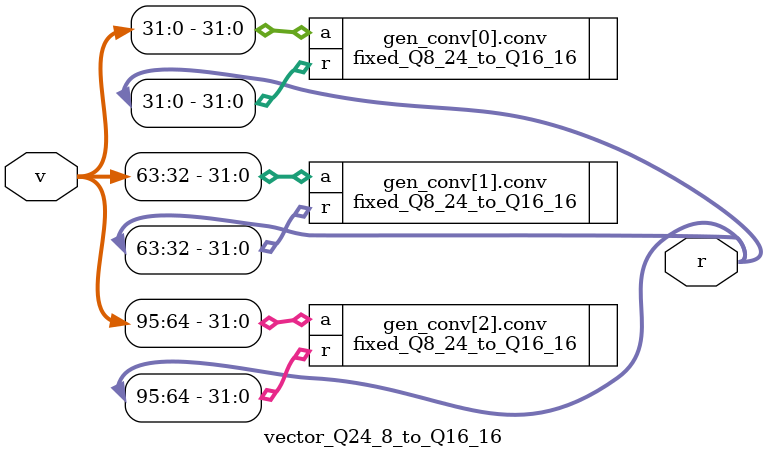
<source format=v>
`timescale 1ns / 1ps
module vector_dot_comb(
		v1,
		v2,
		r
    );
	 
	parameter D = 8;
	parameter Q = 24;
	
	input [3*(D+Q)-1:0] v1;
	input [3*(D+Q)-1:0] v2;
	output [(D+Q)-1:0] r;
	 
	wire[3*(D+Q)-1:0] mull_r;
	genvar i;
	generate 
		for(i = 0; i<3; i = i+1) begin : gen_mul_comb
			fixed_mul_comb #(.D(D), .Q(Q)) dot_mul_comb(
				.a(v1[(Q+D)*i+:(Q+D)]),
				.b(v2[(Q+D)*i+:(Q+D)]),
				.r(mull_r[(Q+D)*i+:(Q+D)])
			);
		end
	endgenerate
	
	fixed_add3 #(.D(D), .Q(Q)) dot_add(
		.a(mull_r[(Q+D)*0+:(Q+D)]),
		.b(mull_r[(Q+D)*1+:(Q+D)]),
		.c(mull_r[(Q+D)*2+:(Q+D)]),
		.r(r)
	);

endmodule

//LATENCY: 8
module vector_dot(
		clk,
		rst,
		new_data,
		output_valid,
	
		v1,
		v2,
		r
    );
	 
	parameter D = 8;
	parameter Q = 24;
	
	input clk;
	input rst;
	input new_data;
	output reg output_valid;
	
	input [3*(D+Q)-1:0] v1;
	input [3*(D+Q)-1:0] v2;
	output reg [(D+Q)-1:0] r;
	 
	wire[3*(D+Q)-1:0] mull_r;
	wire[2:0] mul_valid;
	genvar i;
	generate 
		for(i = 0; i<3; i = i+1) begin : gen_mul
			fixed_mul #(.D(D), .Q(Q)) dot_mul(
				.clk(clk),
				.rst(rst),
				.new_data(new_data),
				.output_valid(mul_valid[i]),
				
				.a(v1[(Q+D)*i+:(Q+D)]),
				.b(v2[(Q+D)*i+:(Q+D)]),
				.r(mull_r[(Q+D)*i+:(Q+D)])
			);
		end
	endgenerate
	
	wire[(D+Q)-1:0] tmp_r;
	fixed_add3 #(.D(D), .Q(Q)) dot_add(
		.a(mull_r[(Q+D)*0+:(Q+D)]),
		.b(mull_r[(Q+D)*1+:(Q+D)]),
		.c(mull_r[(Q+D)*2+:(Q+D)]),
		.r(tmp_r)
	);
	
	always @(posedge clk) begin
		if(rst) begin
			output_valid <= 0;
		end else begin
			output_valid <= mul_valid[0]&&mul_valid[1]&&mul_valid[2];
			r <= tmp_r;
		end
	end
endmodule

module vector_Q24_8_to_Q16_16(
		v,
		r
    );
	
	input [95:0] v;
	output [95:0] r;
	 
	genvar i;
	generate 
		for(i = 0; i<3; i = i+1) begin : gen_conv
			fixed_Q8_24_to_Q16_16 conv(
				.a(v[32*i+:32]),
				.r(r[32*i+:32])
			);
		end
	endgenerate

endmodule

</source>
